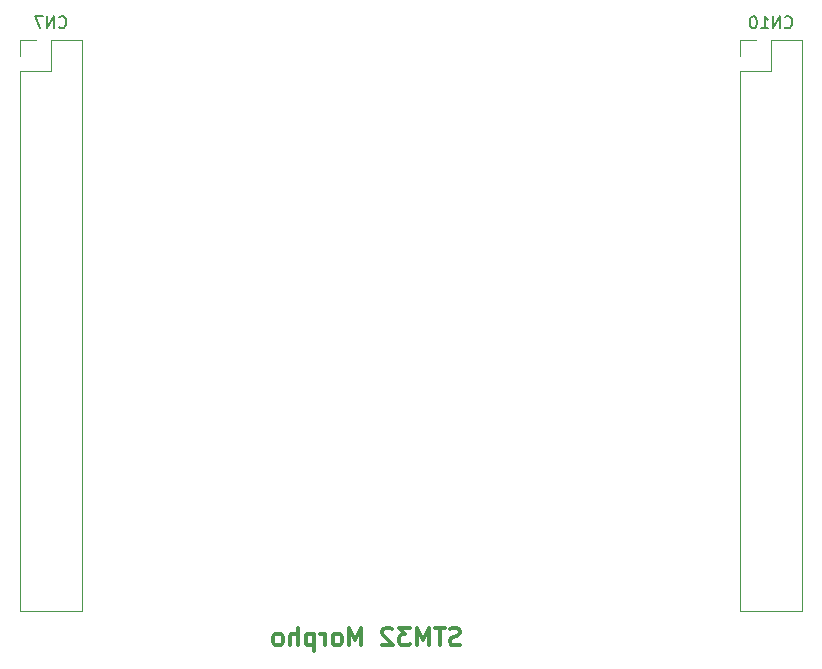
<source format=gbr>
%TF.GenerationSoftware,KiCad,Pcbnew,(5.1.6)-1*%
%TF.CreationDate,2021-06-09T14:39:38+07:00*%
%TF.ProjectId,test1,74657374-312e-46b6-9963-61645f706362,rev?*%
%TF.SameCoordinates,Original*%
%TF.FileFunction,Legend,Bot*%
%TF.FilePolarity,Positive*%
%FSLAX46Y46*%
G04 Gerber Fmt 4.6, Leading zero omitted, Abs format (unit mm)*
G04 Created by KiCad (PCBNEW (5.1.6)-1) date 2021-06-09 14:39:38*
%MOMM*%
%LPD*%
G01*
G04 APERTURE LIST*
%ADD10C,0.300000*%
%ADD11C,0.120000*%
%ADD12C,0.150000*%
G04 APERTURE END LIST*
D10*
X169142857Y-121107142D02*
X168928571Y-121178571D01*
X168571428Y-121178571D01*
X168428571Y-121107142D01*
X168357142Y-121035714D01*
X168285714Y-120892857D01*
X168285714Y-120750000D01*
X168357142Y-120607142D01*
X168428571Y-120535714D01*
X168571428Y-120464285D01*
X168857142Y-120392857D01*
X169000000Y-120321428D01*
X169071428Y-120250000D01*
X169142857Y-120107142D01*
X169142857Y-119964285D01*
X169071428Y-119821428D01*
X169000000Y-119750000D01*
X168857142Y-119678571D01*
X168500000Y-119678571D01*
X168285714Y-119750000D01*
X167857142Y-119678571D02*
X167000000Y-119678571D01*
X167428571Y-121178571D02*
X167428571Y-119678571D01*
X166500000Y-121178571D02*
X166500000Y-119678571D01*
X166000000Y-120750000D01*
X165500000Y-119678571D01*
X165500000Y-121178571D01*
X164928571Y-119678571D02*
X164000000Y-119678571D01*
X164500000Y-120250000D01*
X164285714Y-120250000D01*
X164142857Y-120321428D01*
X164071428Y-120392857D01*
X164000000Y-120535714D01*
X164000000Y-120892857D01*
X164071428Y-121035714D01*
X164142857Y-121107142D01*
X164285714Y-121178571D01*
X164714285Y-121178571D01*
X164857142Y-121107142D01*
X164928571Y-121035714D01*
X163428571Y-119821428D02*
X163357142Y-119750000D01*
X163214285Y-119678571D01*
X162857142Y-119678571D01*
X162714285Y-119750000D01*
X162642857Y-119821428D01*
X162571428Y-119964285D01*
X162571428Y-120107142D01*
X162642857Y-120321428D01*
X163500000Y-121178571D01*
X162571428Y-121178571D01*
X160785714Y-121178571D02*
X160785714Y-119678571D01*
X160285714Y-120750000D01*
X159785714Y-119678571D01*
X159785714Y-121178571D01*
X158857142Y-121178571D02*
X159000000Y-121107142D01*
X159071428Y-121035714D01*
X159142857Y-120892857D01*
X159142857Y-120464285D01*
X159071428Y-120321428D01*
X159000000Y-120250000D01*
X158857142Y-120178571D01*
X158642857Y-120178571D01*
X158500000Y-120250000D01*
X158428571Y-120321428D01*
X158357142Y-120464285D01*
X158357142Y-120892857D01*
X158428571Y-121035714D01*
X158500000Y-121107142D01*
X158642857Y-121178571D01*
X158857142Y-121178571D01*
X157714285Y-121178571D02*
X157714285Y-120178571D01*
X157714285Y-120464285D02*
X157642857Y-120321428D01*
X157571428Y-120250000D01*
X157428571Y-120178571D01*
X157285714Y-120178571D01*
X156785714Y-120178571D02*
X156785714Y-121678571D01*
X156785714Y-120250000D02*
X156642857Y-120178571D01*
X156357142Y-120178571D01*
X156214285Y-120250000D01*
X156142857Y-120321428D01*
X156071428Y-120464285D01*
X156071428Y-120892857D01*
X156142857Y-121035714D01*
X156214285Y-121107142D01*
X156357142Y-121178571D01*
X156642857Y-121178571D01*
X156785714Y-121107142D01*
X155428571Y-121178571D02*
X155428571Y-119678571D01*
X154785714Y-121178571D02*
X154785714Y-120392857D01*
X154857142Y-120250000D01*
X155000000Y-120178571D01*
X155214285Y-120178571D01*
X155357142Y-120250000D01*
X155428571Y-120321428D01*
X153857142Y-121178571D02*
X154000000Y-121107142D01*
X154071428Y-121035714D01*
X154142857Y-120892857D01*
X154142857Y-120464285D01*
X154071428Y-120321428D01*
X154000000Y-120250000D01*
X153857142Y-120178571D01*
X153642857Y-120178571D01*
X153500000Y-120250000D01*
X153428571Y-120321428D01*
X153357142Y-120464285D01*
X153357142Y-120892857D01*
X153428571Y-121035714D01*
X153500000Y-121107142D01*
X153642857Y-121178571D01*
X153857142Y-121178571D01*
D11*
%TO.C,CN10*%
X198080000Y-69910000D02*
X195480000Y-69910000D01*
X198080000Y-69910000D02*
X198080000Y-118290000D01*
X198080000Y-118290000D02*
X192880000Y-118290000D01*
X192880000Y-72510000D02*
X192880000Y-118290000D01*
X195480000Y-72510000D02*
X192880000Y-72510000D01*
X195480000Y-69910000D02*
X195480000Y-72510000D01*
X192880000Y-69910000D02*
X192880000Y-71240000D01*
X194210000Y-69910000D02*
X192880000Y-69910000D01*
%TO.C,CN7*%
X137120000Y-69910000D02*
X134520000Y-69910000D01*
X137120000Y-69910000D02*
X137120000Y-118290000D01*
X137120000Y-118290000D02*
X131920000Y-118290000D01*
X131920000Y-72510000D02*
X131920000Y-118290000D01*
X134520000Y-72510000D02*
X131920000Y-72510000D01*
X134520000Y-69910000D02*
X134520000Y-72510000D01*
X131920000Y-69910000D02*
X131920000Y-71240000D01*
X133250000Y-69910000D02*
X131920000Y-69910000D01*
%TO.C,CN10*%
D12*
X196646666Y-68827142D02*
X196694285Y-68874761D01*
X196837142Y-68922380D01*
X196932380Y-68922380D01*
X197075238Y-68874761D01*
X197170476Y-68779523D01*
X197218095Y-68684285D01*
X197265714Y-68493809D01*
X197265714Y-68350952D01*
X197218095Y-68160476D01*
X197170476Y-68065238D01*
X197075238Y-67970000D01*
X196932380Y-67922380D01*
X196837142Y-67922380D01*
X196694285Y-67970000D01*
X196646666Y-68017619D01*
X196218095Y-68922380D02*
X196218095Y-67922380D01*
X195646666Y-68922380D01*
X195646666Y-67922380D01*
X194646666Y-68922380D02*
X195218095Y-68922380D01*
X194932380Y-68922380D02*
X194932380Y-67922380D01*
X195027619Y-68065238D01*
X195122857Y-68160476D01*
X195218095Y-68208095D01*
X194027619Y-67922380D02*
X193932380Y-67922380D01*
X193837142Y-67970000D01*
X193789523Y-68017619D01*
X193741904Y-68112857D01*
X193694285Y-68303333D01*
X193694285Y-68541428D01*
X193741904Y-68731904D01*
X193789523Y-68827142D01*
X193837142Y-68874761D01*
X193932380Y-68922380D01*
X194027619Y-68922380D01*
X194122857Y-68874761D01*
X194170476Y-68827142D01*
X194218095Y-68731904D01*
X194265714Y-68541428D01*
X194265714Y-68303333D01*
X194218095Y-68112857D01*
X194170476Y-68017619D01*
X194122857Y-67970000D01*
X194027619Y-67922380D01*
%TO.C,CN7*%
X135210476Y-68827142D02*
X135258095Y-68874761D01*
X135400952Y-68922380D01*
X135496190Y-68922380D01*
X135639047Y-68874761D01*
X135734285Y-68779523D01*
X135781904Y-68684285D01*
X135829523Y-68493809D01*
X135829523Y-68350952D01*
X135781904Y-68160476D01*
X135734285Y-68065238D01*
X135639047Y-67970000D01*
X135496190Y-67922380D01*
X135400952Y-67922380D01*
X135258095Y-67970000D01*
X135210476Y-68017619D01*
X134781904Y-68922380D02*
X134781904Y-67922380D01*
X134210476Y-68922380D01*
X134210476Y-67922380D01*
X133829523Y-67922380D02*
X133162857Y-67922380D01*
X133591428Y-68922380D01*
%TD*%
M02*

</source>
